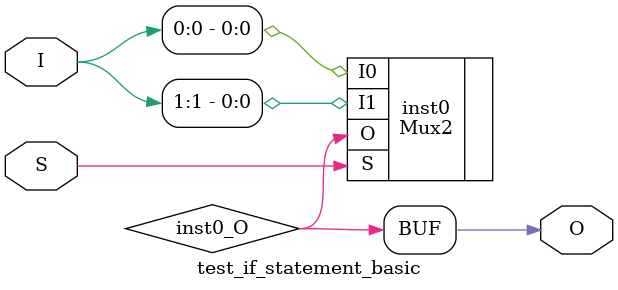
<source format=v>
module test_if_statement_basic (input [1:0] I, input  S, output  O);
wire  inst0_O;
Mux2 inst0 (.I0(I[0]), .I1(I[1]), .S(S), .O(inst0_O));
assign O = inst0_O;
endmodule


</source>
